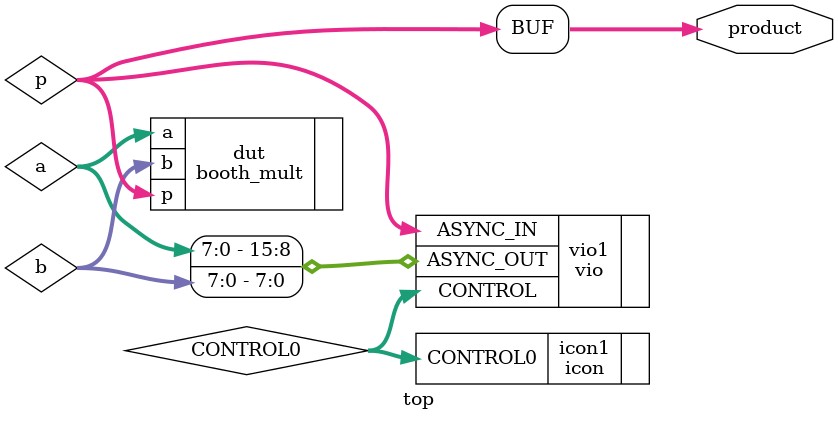
<source format=v>
`timescale 1ns / 1ps
`define width 8
module top(output [2*`width-1:0] product);

wire [2*`width-1:0] p;
wire [`width-1:0] a,b;
// Instantiate your module here
booth_mult dut(.a(a),
					.b(b),
					.p(p)
					);  

assign product = p;
wire [35:0] CONTROL0;

icon icon1 (
    .CONTROL0(CONTROL0) // INOUT BUS [35:0]
);

vio vio1 (
    .CONTROL(CONTROL0), // INOUT BUS [35:0]
    .ASYNC_IN(p), // IN BUS [15:0]
    .ASYNC_OUT({a,b}) // OUT BUS [15:0]
);
endmodule

</source>
